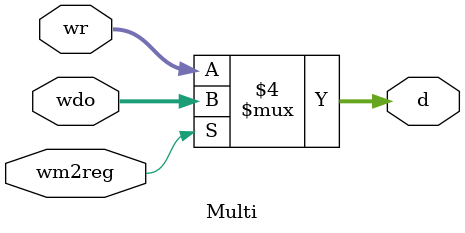
<source format=v>
`timescale 1ns / 1ps


module Multi(wm2reg,wr,wdo,d);
    input wm2reg;
    input [31:0] wr;
    input [31:0] wdo;
    output reg [31:0] d;
    always @(*) begin
    if(wm2reg == 0)
    d <= wr;
    else
    d <= wdo;
    end
endmodule

</source>
